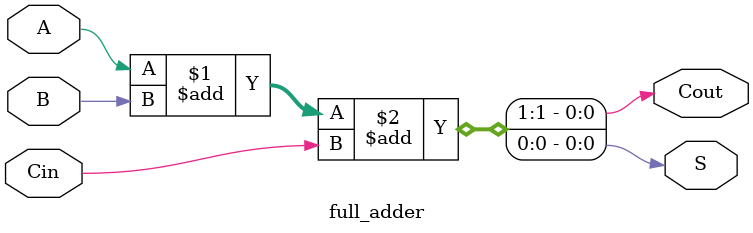
<source format=sv>
module full_adder (
  input  logic A, B, Cin,
  output logic S, Cout
);
  assign {Cout, S} = A + B + Cin;
endmodule

</source>
